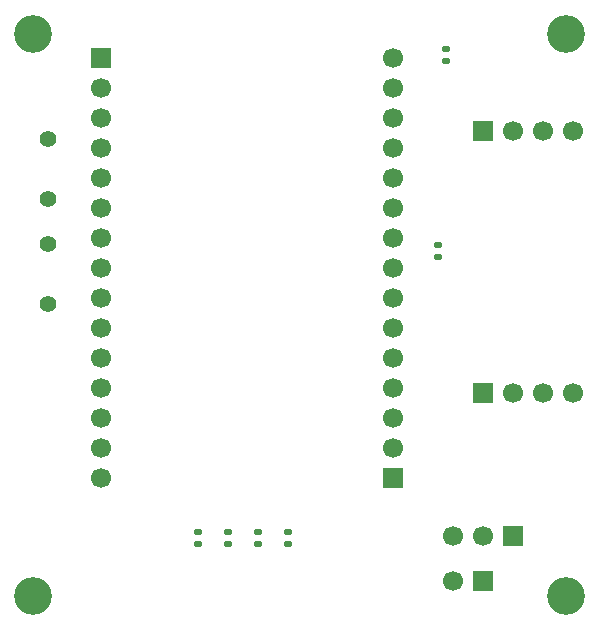
<source format=gbr>
%TF.GenerationSoftware,KiCad,Pcbnew,9.0.4*%
%TF.CreationDate,2025-08-21T19:51:14+03:00*%
%TF.ProjectId,homepost,686f6d65-706f-4737-942e-6b696361645f,rev?*%
%TF.SameCoordinates,Original*%
%TF.FileFunction,Soldermask,Top*%
%TF.FilePolarity,Negative*%
%FSLAX46Y46*%
G04 Gerber Fmt 4.6, Leading zero omitted, Abs format (unit mm)*
G04 Created by KiCad (PCBNEW 9.0.4) date 2025-08-21 19:51:14*
%MOMM*%
%LPD*%
G01*
G04 APERTURE LIST*
G04 Aperture macros list*
%AMRoundRect*
0 Rectangle with rounded corners*
0 $1 Rounding radius*
0 $2 $3 $4 $5 $6 $7 $8 $9 X,Y pos of 4 corners*
0 Add a 4 corners polygon primitive as box body*
4,1,4,$2,$3,$4,$5,$6,$7,$8,$9,$2,$3,0*
0 Add four circle primitives for the rounded corners*
1,1,$1+$1,$2,$3*
1,1,$1+$1,$4,$5*
1,1,$1+$1,$6,$7*
1,1,$1+$1,$8,$9*
0 Add four rect primitives between the rounded corners*
20,1,$1+$1,$2,$3,$4,$5,0*
20,1,$1+$1,$4,$5,$6,$7,0*
20,1,$1+$1,$6,$7,$8,$9,0*
20,1,$1+$1,$8,$9,$2,$3,0*%
G04 Aperture macros list end*
%ADD10C,1.700000*%
%ADD11R,1.700000X1.700000*%
%ADD12C,3.200000*%
%ADD13RoundRect,0.140000X-0.170000X0.140000X-0.170000X-0.140000X0.170000X-0.140000X0.170000X0.140000X0*%
%ADD14RoundRect,0.135000X-0.185000X0.135000X-0.185000X-0.135000X0.185000X-0.135000X0.185000X0.135000X0*%
%ADD15C,1.400000*%
%ADD16RoundRect,0.135000X0.185000X-0.135000X0.185000X0.135000X-0.185000X0.135000X-0.185000X-0.135000X0*%
G04 APERTURE END LIST*
D10*
%TO.C,J4*%
X125095000Y-85852000D03*
X125095000Y-88392000D03*
X125095000Y-90932000D03*
X125095000Y-93472000D03*
X125095000Y-96012000D03*
X125095000Y-98552000D03*
X125095000Y-101092000D03*
X125095000Y-103632000D03*
X125095000Y-106172000D03*
X125095000Y-108712000D03*
X125095000Y-111252000D03*
X125095000Y-113792000D03*
X125095000Y-116332000D03*
X125095000Y-118872000D03*
D11*
X125095000Y-121412000D03*
%TD*%
D10*
%TO.C,J3*%
X100330000Y-121460000D03*
X100330000Y-118920000D03*
X100330000Y-116380000D03*
X100330000Y-113840000D03*
X100330000Y-111300000D03*
X100330000Y-108760000D03*
X100330000Y-106220000D03*
X100330000Y-103680000D03*
X100330000Y-101140000D03*
X100330000Y-98600000D03*
X100330000Y-96060000D03*
X100330000Y-93520000D03*
X100330000Y-90980000D03*
X100330000Y-88440000D03*
D11*
X100330000Y-85900000D03*
%TD*%
D12*
%TO.C,REF\u002A\u002A*%
X139700000Y-131445000D03*
%TD*%
D13*
%TO.C,C4*%
X108585000Y-126040000D03*
X108585000Y-127000000D03*
%TD*%
%TO.C,C1*%
X116205000Y-126040000D03*
X116205000Y-127000000D03*
%TD*%
D14*
%TO.C,R4*%
X129540000Y-85090000D03*
X129540000Y-86110000D03*
%TD*%
D12*
%TO.C,REF\u002A\u002A*%
X139700000Y-83820000D03*
%TD*%
%TO.C,REF\u002A\u002A*%
X94615000Y-131445000D03*
%TD*%
D15*
%TO.C,R1*%
X95885000Y-106680000D03*
X95885000Y-101600000D03*
%TD*%
D11*
%TO.C,JP1*%
X132715000Y-130175000D03*
D10*
X130175000Y-130175000D03*
%TD*%
D11*
%TO.C,J1*%
X132715000Y-114275000D03*
D10*
X135255000Y-114275000D03*
X137795000Y-114275000D03*
X140335000Y-114275000D03*
%TD*%
D15*
%TO.C,R2*%
X95885000Y-97790000D03*
X95885000Y-92710000D03*
%TD*%
D11*
%TO.C,J5*%
X135255000Y-126365000D03*
D10*
X132715000Y-126365000D03*
X130175000Y-126365000D03*
%TD*%
D16*
%TO.C,R3*%
X128905000Y-102745000D03*
X128905000Y-101725000D03*
%TD*%
D13*
%TO.C,C3*%
X111125000Y-126040000D03*
X111125000Y-127000000D03*
%TD*%
%TO.C,C2*%
X113665000Y-126040000D03*
X113665000Y-127000000D03*
%TD*%
D12*
%TO.C,REF\u002A\u002A*%
X94615000Y-83820000D03*
%TD*%
D11*
%TO.C,J2*%
X132725000Y-92050000D03*
D10*
X135265000Y-92050000D03*
X137805000Y-92050000D03*
X140345000Y-92050000D03*
%TD*%
M02*

</source>
